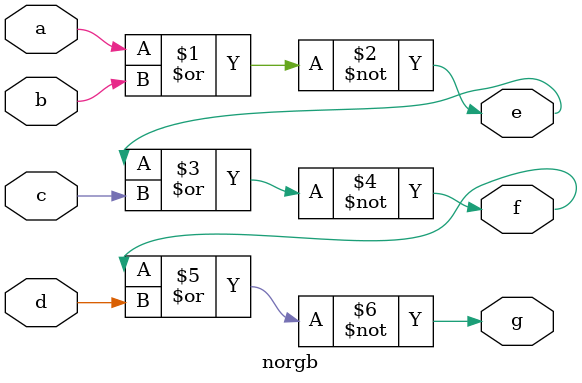
<source format=v>
`timescale 1ns / 1ps

module norga(
    input a, b, c, d,
    output e
    );
    assign e = ~(a|b|c|d);
endmodule

module norgb(
    input a, b, c, d,
    output e, f, g
    );
    assign e = ~(a|b);
    assign f = ~(e|c);
    assign g = ~(f|d);
endmodule

</source>
